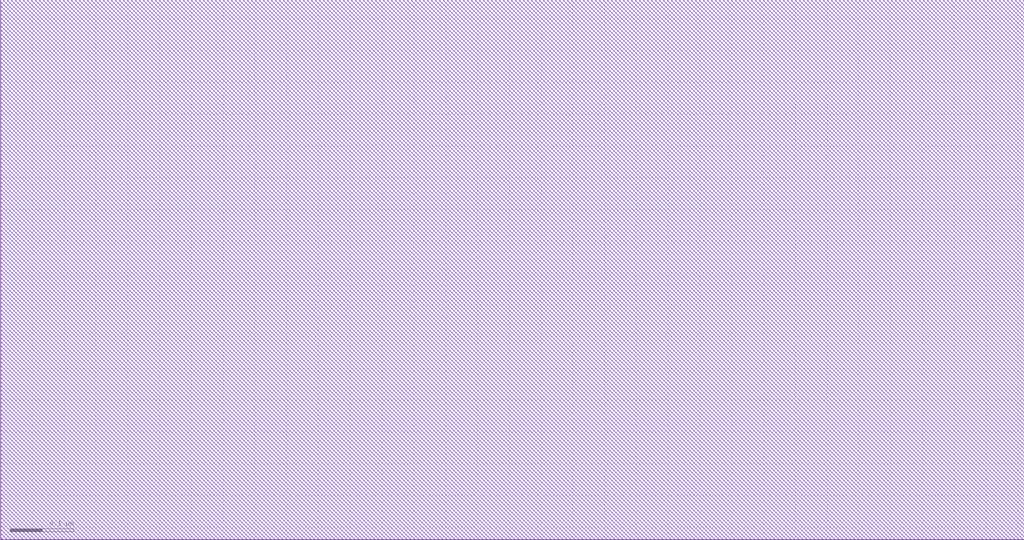
<source format=lef>
VERSION 5.7 ;
  NOWIREEXTENSIONATPIN ON ;
  DIVIDERCHAR "/" ;
  BUSBITCHARS "[]" ;
UNITS
  DATABASE MICRONS 200 ;
END UNITS

LAYER via2
  TYPE CUT ;
END via2

LAYER via
  TYPE CUT ;
END via

LAYER nwell
  TYPE MASTERSLICE ;
END nwell

LAYER via3
  TYPE CUT ;
END via3

LAYER pwell
  TYPE MASTERSLICE ;
END pwell

LAYER via4
  TYPE CUT ;
END via4

LAYER mcon
  TYPE CUT ;
END mcon

LAYER met6
  TYPE ROUTING ;
  WIDTH 0.030000 ;
  SPACING 0.040000 ;
  DIRECTION HORIZONTAL ;
END met6

LAYER met1
  TYPE ROUTING ;
  WIDTH 0.140000 ;
  SPACING 0.140000 ;
  DIRECTION HORIZONTAL ;
END met1

LAYER met3
  TYPE ROUTING ;
  WIDTH 0.300000 ;
  SPACING 0.300000 ;
  DIRECTION HORIZONTAL ;
END met3

LAYER met2
  TYPE ROUTING ;
  WIDTH 0.140000 ;
  SPACING 0.140000 ;
  DIRECTION HORIZONTAL ;
END met2

LAYER met4
  TYPE ROUTING ;
  WIDTH 0.300000 ;
  SPACING 0.300000 ;
  DIRECTION HORIZONTAL ;
END met4

LAYER met5
  TYPE ROUTING ;
  WIDTH 1.600000 ;
  SPACING 1.600000 ;
  DIRECTION HORIZONTAL ;
END met5

LAYER li1
  TYPE ROUTING ;
  WIDTH 0.170000 ;
  SPACING 0.170000 ;
  DIRECTION HORIZONTAL ;
END li1

MACRO sky130_hilas_pfetdevice01a
  CLASS BLOCK ;
  FOREIGN sky130_hilas_pfetdevice01a ;
  ORIGIN 0.800 0.420 ;
  SIZE 1.610 BY 0.850 ;
  OBS
      LAYER nwell ;
        RECT -0.800 -0.420 0.810 0.430 ;
  END
END sky130_hilas_pfetdevice01a
END LIBRARY


</source>
